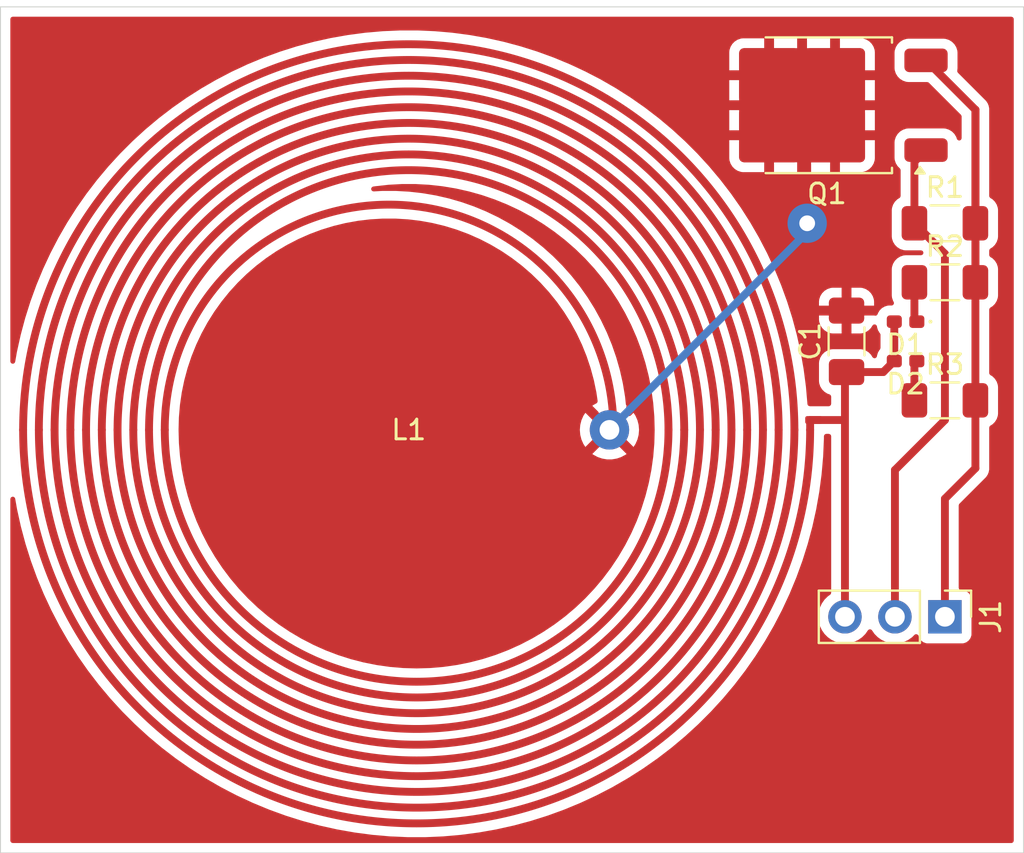
<source format=kicad_pcb>
(kicad_pcb (version 20240108) (generator "pcbnew") (generator_version "8.0")
  (layers (0 "F.Cu" signal) (31 "B.Cu" signal) (34 "B.Paste" user) (35 "F.Paste" user) (36 "B.SilkS" user "B.Silkscreen") (37 "F.SilkS" user "F.Silkscreen") (38 "B.Mask" user) (39 "F.Mask" user) (44 "Edge.Cuts" user))
  (net 0 "")
  (net 1 "Net-(C1-Pad1)")
  (net 2 "Net-(Q1-D)")
  (net 3 "Net-(D1-Pad1)")
  (net 4 "Net-(D2-Pad1)")
  (net 5 "Net-(Q1-G)")
  (net 6 "Net-(Q1-S)")
  (footprint "Resistor_SMD:R_1206_3216Metric_Pad1.30x1.75mm_HandSolder" (layer "F.Cu") (at 143 89)
    (property "Reference" "R2" (at 0 -1.82 0) (layer "F.SilkS"))
    (property "Value" "R")
    (fp_line (start -0.727064 -0.91) (end 0.727064 -0.91) (stroke (width 0.12)) (layer "F.SilkS"))
    (fp_line (start -0.727064 0.91) (end 0.727064 0.91) (stroke (width 0.12)) (layer "F.SilkS"))
    (pad "1" smd roundrect (at -1.55 0) (size 1.3 1.75) (layers "F.Cu" "F.Paste" "F.Mask") (roundrect_rratio 0.192308) (net 3 "Net-(D1-Pad1)"))
    (pad "2" smd roundrect (at 1.55 0) (size 1.3 1.75) (layers "F.Cu" "F.Paste" "F.Mask") (roundrect_rratio 0.192308) (net 6 "Net-(Q1-S)"))
  )
  (footprint "Resistor_SMD:R_1206_3216Metric_Pad1.30x1.75mm_HandSolder" (layer "F.Cu") (at 143 86)
    (property "Reference" "R1" (at 0 -1.82 0) (layer "F.SilkS"))
    (property "Value" "R")
    (fp_line (start -0.727064 -0.91) (end 0.727064 -0.91) (stroke (width 0.12)) (layer "F.SilkS"))
    (fp_line (start -0.727064 0.91) (end 0.727064 0.91) (stroke (width 0.12)) (layer "F.SilkS"))
    (pad "1" smd roundrect (at -1.55 0) (size 1.3 1.75) (layers "F.Cu" "F.Paste" "F.Mask") (roundrect_rratio 0.192308) (net 5 "Net-(Q1-G)"))
    (pad "2" smd roundrect (at 1.55 0) (size 1.3 1.75) (layers "F.Cu" "F.Paste" "F.Mask") (roundrect_rratio 0.192308) (net 6 "Net-(Q1-S)"))
  )
  (footprint "Package_TO_SOT_SMD:TO-252-2" (layer "F.Cu") (at 137 80 180)
    (property "Reference" "Q1" (at 0 -4.5 180) (layer "F.SilkS"))
    (property "Value" "IRFR1205")
    (fp_line (start 3.11 3.45) (end -3.31 3.45) (stroke (width 0.12)) (layer "F.SilkS"))
    (fp_line (start 3.11 -3.45) (end -3.31 -3.45) (stroke (width 0.12)) (layer "F.SilkS"))
    (fp_line (start -3.31 3.45) (end -3.31 3.18) (stroke (width 0.12)) (layer "F.SilkS"))
    (fp_line (start -3.31 -3.45) (end -3.31 -3.18) (stroke (width 0.12)) (layer "F.SilkS"))
    (fp_poly (pts (xy -4.73 -3.14) (xy -4.97 -3.47) (xy -4.49 -3.47) (xy -4.73 -3.14)) (stroke (width 0.12)) (fill solid) (layer "F.SilkS"))
    (pad "1" smd roundrect (at -5.04 -2.28 180) (size 2.2 1.2) (layers "F.Cu" "F.Paste" "F.Mask") (roundrect_rratio 0.208333) (net 5 "Net-(Q1-G)"))
    (pad "2" smd roundrect (at -0.415 -1.525 180) (size 3.05 2.75) (layers "F.Cu" "F.Paste") (roundrect_rratio 0.090909) (net 2 "Net-(Q1-D)"))
    (pad "2" smd roundrect (at -0.415 1.525 180) (size 3.05 2.75) (layers "F.Cu" "F.Paste") (roundrect_rratio 0.090909) (net 2 "Net-(Q1-D)"))
    (pad "2" smd roundrect (at 1.26 0 180) (size 6.4 5.8) (layers "F.Cu" "F.Mask") (roundrect_rratio 0.043103) (net 2 "Net-(Q1-D)"))
    (pad "2" smd roundrect (at 2.935 -1.525 180) (size 3.05 2.75) (layers "F.Cu" "F.Paste") (roundrect_rratio 0.090909) (net 2 "Net-(Q1-D)"))
    (pad "2" smd roundrect (at 2.935 1.525 180) (size 3.05 2.75) (layers "F.Cu" "F.Paste") (roundrect_rratio 0.090909) (net 2 "Net-(Q1-D)"))
    (pad "3" smd roundrect (at -5.04 2.28 180) (size 2.2 1.2) (layers "F.Cu" "F.Paste" "F.Mask") (roundrect_rratio 0.208333) (net 6 "Net-(Q1-S)"))
  )
  (footprint "LED_SMD:LED_0402_1005Metric_Pad0.77x0.64mm_HandSolder" (layer "F.Cu") (at 141 91 180)
    (property "Reference" "D1" (at 0 -1.17 180) (layer "F.SilkS"))
    (property "Value" "LED")
    (fp_circle (center -1.265 0) (end -1.215 0) (stroke (width 0.1)) (fill none) (layer "F.SilkS"))
    (pad "1" smd roundrect (at -0.5725 0 180) (size 0.765 0.64) (layers "F.Cu" "F.Paste" "F.Mask") (net 3 "Net-(D1-Pad1)"))
    (pad "2" smd roundrect (at 0.5725 0 180) (size 0.765 0.64) (layers "F.Cu" "F.Paste" "F.Mask") (net 1 "Net-(C1-Pad1)"))
  )
  (footprint "Capacitor_SMD:C_1206_3216Metric_Pad1.33x1.80mm_HandSolder" (layer "F.Cu") (at 138 92 90)
    (property "Reference" "C1" (at 0 -1.85 -90) (layer "F.SilkS"))
    (property "Value" "C")
    (fp_line (start -0.711252 -0.91) (end 0.711252 -0.91) (stroke (width 0.12)) (layer "F.SilkS"))
    (fp_line (start -0.711252 0.91) (end 0.711252 0.91) (stroke (width 0.12)) (layer "F.SilkS"))
    (pad "1" smd roundrect (at -1.5625 0 90) (size 1.325 1.8) (layers "F.Cu" "F.Paste" "F.Mask") (roundrect_rratio 0.188679) (net 1 "Net-(C1-Pad1)"))
    (pad "2" smd roundrect (at 1.5625 0 90) (size 1.325 1.8) (layers "F.Cu" "F.Paste" "F.Mask") (roundrect_rratio 0.188679) (net 2 "Net-(Q1-D)"))
  )
  (footprint "Connector_PinHeader_2.54mm:PinHeader_1x03_P2.54mm_Vertical" (layer "F.Cu") (at 143 106 -90)
    (property "Reference" "J1" (at 0 -2.33 90) (layer "F.SilkS"))
    (property "Value" "PINHD_1x3_Male")
    (fp_line (start -1.33 6.41) (end 1.33 6.41) (stroke (width 0.12)) (layer "F.SilkS"))
    (fp_line (start -1.33 1.27) (end -1.33 6.41) (stroke (width 0.12)) (layer "F.SilkS"))
    (fp_line (start -1.33 1.27) (end 1.33 1.27) (stroke (width 0.12)) (layer "F.SilkS"))
    (fp_line (start 1.33 1.27) (end 1.33 6.41) (stroke (width 0.12)) (layer "F.SilkS"))
    (fp_line (start -1.33 0) (end -1.33 -1.33) (stroke (width 0.12)) (layer "F.SilkS"))
    (fp_line (start -1.33 -1.33) (end 0 -1.33) (stroke (width 0.12)) (layer "F.SilkS"))
    (pad "1" thru_hole rect (at 0 0 270) (size 1.7 1.7) (drill 1) (layers "*.Cu" "*.Mask") (net 6 "Net-(Q1-S)"))
    (pad "2" thru_hole oval (at 0 2.54 270) (size 1.7 1.7) (drill 1) (layers "*.Cu" "*.Mask") (net 5 "Net-(Q1-G)"))
    (pad "3" thru_hole oval (at 0 5.08 270) (size 1.7 1.7) (drill 1) (layers "*.Cu" "*.Mask") (net 1 "Net-(C1-Pad1)"))
  )
  (footprint "Resistor_SMD:R_1206_3216Metric_Pad1.30x1.75mm_HandSolder" (layer "F.Cu") (at 143 95)
    (property "Reference" "R3" (at 0 -1.82 0) (layer "F.SilkS"))
    (property "Value" "R")
    (fp_line (start -0.727064 -0.91) (end 0.727064 -0.91) (stroke (width 0.12)) (layer "F.SilkS"))
    (fp_line (start -0.727064 0.91) (end 0.727064 0.91) (stroke (width 0.12)) (layer "F.SilkS"))
    (pad "1" smd roundrect (at -1.55 0) (size 1.3 1.75) (layers "F.Cu" "F.Paste" "F.Mask") (roundrect_rratio 0.192308) (net 4 "Net-(D2-Pad1)"))
    (pad "2" smd roundrect (at 1.55 0) (size 1.3 1.75) (layers "F.Cu" "F.Paste" "F.Mask") (roundrect_rratio 0.192308) (net 6 "Net-(Q1-S)"))
  )
  (footprint "PCB Coils:40dia10turn" (layer "F.Cu") (at 115.75 96.5)
    (property "Reference" "L1" (at 0 0 0) (layer "F.SilkS"))
    (property "Value" "L")
    (fp_line (start 20.4 -0.5) (end 20.9 -0.5) (stroke (width 0.4)) (layer "F.Cu"))
    (fp_line (start 20.4 0) (end 20.4 -0.5) (stroke (width 0.4)) (layer "F.Cu"))
    (fp_arc (start -19.6 0) (mid 0 -19.6) (end 19.6 0) (stroke (width 0.4)) (layer "F.Cu"))
    (fp_arc (start -18.8 0) (mid 0 -18.8) (end 18.8 0) (stroke (width 0.4)) (layer "F.Cu"))
    (fp_arc (start -18 0) (mid 0 -18) (end 18 0) (stroke (width 0.4)) (layer "F.Cu"))
    (fp_arc (start -17.2 0) (mid 0 -17.2) (end 17.2 0) (stroke (width 0.4)) (layer "F.Cu"))
    (fp_arc (start -16.4 0) (mid 0 -16.4) (end 16.4 0) (stroke (width 0.4)) (layer "F.Cu"))
    (fp_arc (start -15.6 0) (mid 0 -15.6) (end 15.6 0) (stroke (width 0.4)) (layer "F.Cu"))
    (fp_arc (start -14.8 0) (mid 0 -14.8) (end 14.8 0) (stroke (width 0.4)) (layer "F.Cu"))
    (fp_arc (start -14 0) (mid 0 -14) (end 14 0) (stroke (width 0.4)) (layer "F.Cu"))
    (fp_arc (start -13.2 0) (mid 0 -13.2) (end 13.2 0) (stroke (width 0.4)) (layer "F.Cu"))
    (fp_arc (start -12.4 0) (mid -1 -11.443944) (end 10.4 0) (stroke (width 0.4)) (layer "F.Cu"))
    (fp_arc (start 13.2 0) (mid 0.4 12.825024) (end -12.4 0) (stroke (width 0.4)) (layer "F.Cu"))
    (fp_arc (start 14 0) (mid 0.4 13.6) (end -13.2 0) (stroke (width 0.4)) (layer "F.Cu"))
    (fp_arc (start 14.8 0) (mid 0.4 14.4) (end -14 0) (stroke (width 0.4)) (layer "F.Cu"))
    (fp_arc (start 15.6 0) (mid 0.4 15.2) (end -14.8 0) (stroke (width 0.4)) (layer "F.Cu"))
    (fp_arc (start 16.4 0) (mid 0.4 16) (end -15.6 0) (stroke (width 0.4)) (layer "F.Cu"))
    (fp_arc (start 17.2 0) (mid 0.4 16.8) (end -16.4 0) (stroke (width 0.4)) (layer "F.Cu"))
    (fp_arc (start 18 0) (mid 0.4 17.6) (end -17.2 0) (stroke (width 0.4)) (layer "F.Cu"))
    (fp_arc (start 18.8 0) (mid 0.4 18.4) (end -18 0) (stroke (width 0.4)) (layer "F.Cu"))
    (fp_arc (start 19.6 0) (mid 0.4 19.2) (end -18.8 0) (stroke (width 0.4)) (layer "F.Cu"))
    (fp_arc (start 20.4 0) (mid 0.4 20) (end -19.6 0) (stroke (width 0.4)) (layer "F.Cu"))
    (pad "1" smd roundrect (at 21.25 -0.5) (size 2.2 0.4) (layers "F.Cu") (net 1 "Net-(C1-Pad1)"))
    (pad "2" thru_hole circle (at 10.2 0) (size 2 2) (drill 1) (layers "*.Cu" "*.Mask") (net 2 "Net-(Q1-D)"))
  )
  (footprint "LED_SMD:LED_0402_1005Metric_Pad0.77x0.64mm_HandSolder" (layer "F.Cu") (at 141 93 180)
    (property "Reference" "D2" (at 0 -1.17 180) (layer "F.SilkS"))
    (property "Value" "LED")
    (fp_circle (center -1.265 0) (end -1.215 0) (stroke (width 0.1)) (fill none) (layer "F.SilkS"))
    (pad "1" smd roundrect (at -0.5725 0 180) (size 0.765 0.64) (layers "F.Cu" "F.Paste" "F.Mask") (net 4 "Net-(D2-Pad1)"))
    (pad "2" smd roundrect (at 0.5725 0 180) (size 0.765 0.64) (layers "F.Cu" "F.Paste" "F.Mask") (net 1 "Net-(C1-Pad1)"))
  )
  (gr_rect (start 95 75) (end 147 118) (stroke (width 0.05)) (fill none) (layer "Edge.Cuts"))
  (segment (start 138 93.5625) (end 139.865 93.5625) (width 0.4) (layer "F.Cu") (net 1))
  (segment (start 139.865 93.5625) (end 140.4275 93) (width 0.4) (layer "F.Cu") (net 1))
  (segment (start 137.92 106) (end 137.92 93.6425) (width 0.4) (layer "F.Cu") (net 1))
  (segment (start 140.4275 91) (end 140.4275 93) (width 0.4) (layer "F.Cu") (net 1))
  (segment (start 137.92 93.6425) (end 138 93.5625) (width 0.4) (layer "F.Cu") (net 1))
  (segment (start 136 80.26) (end 135.74 80) (width 0.4) (layer "F.Cu") (net 2))
  (segment (start 138 88) (end 138 90.4375) (width 0.4) (layer "F.Cu") (net 2))
  (segment (start 136 86) (end 136 80.26) (width 0.4) (layer "F.Cu") (net 2))
  (segment (start 136 86) (end 138 88) (width 0.4) (layer "F.Cu") (net 2))
  (via (at 136 86) (size 2) (drill 0.8) (layers "F.Cu" "B.Cu") (net 2))
  (segment (start 136 86.45) (end 125.95 96.5) (width 0.4) (layer "B.Cu") (net 2))
  (segment (start 136 86) (end 136 86.45) (width 0.4) (layer "B.Cu") (net 2))
  (segment (start 141.45 89) (end 141.45 90.8775) (width 0.4) (layer "F.Cu") (net 3))
  (segment (start 141.45 90.8775) (end 141.5725 91) (width 0.4) (layer "F.Cu") (net 3))
  (segment (start 141.45 95) (end 141.45 93.1225) (width 0.4) (layer "F.Cu") (net 4))
  (segment (start 141.45 93.1225) (end 141.5725 93) (width 0.4) (layer "F.Cu") (net 4))
  (segment (start 140.46 106) (end 140.46 98.54) (width 0.4) (layer "F.Cu") (net 5))
  (segment (start 143 87.55) (end 141.45 86) (width 0.4) (layer "F.Cu") (net 5))
  (segment (start 140.46 98.54) (end 143 96) (width 0.4) (layer "F.Cu") (net 5))
  (segment (start 141.45 82.87) (end 142.04 82.28) (width 0.4) (layer "F.Cu") (net 5))
  (segment (start 143 96) (end 143 87.55) (width 0.4) (layer "F.Cu") (net 5))
  (segment (start 141.45 86) (end 141.45 82.87) (width 0.4) (layer "F.Cu") (net 5))
  (segment (start 144.55 80.23) (end 144.55 95) (width 0.4) (layer "F.Cu") (net 6))
  (segment (start 143 100) (end 144.55 98.45) (width 0.4) (layer "F.Cu") (net 6))
  (segment (start 144.55 98.45) (end 144.55 95) (width 0.4) (layer "F.Cu") (net 6))
  (segment (start 143 106) (end 143 100) (width 0.4) (layer "F.Cu") (net 6))
  (segment (start 142.04 77.72) (end 142.59 77.72) (width 0.4) (layer "F.Cu") (net 6))
  (segment (start 144.55 80.23) (end 144.55 86) (width 0.4) (layer "F.Cu") (net 6))
  (segment (start 144.55 80.23) (end 144.55 89) (width 0.4) (layer "F.Cu") (net 6))
  (segment (start 142.04 77.72) (end 144.55 80.23) (width 0.4) (layer "F.Cu") (net 6))
  (zone (net 2) (net_name "Net-(Q1-D)") (layer "F.Cu") (connect_pads (clearance 0.5)) (min_thickness 0.25) (fill yes (thermal_gap 0.5) (thermal_bridge_width 0.5))
    (polygon (pts (xy 147 75) (xy 140 75) (xy 124 75) (xy 95 75) (xy 95 118) (xy 147 118)))
  )
)
</source>
